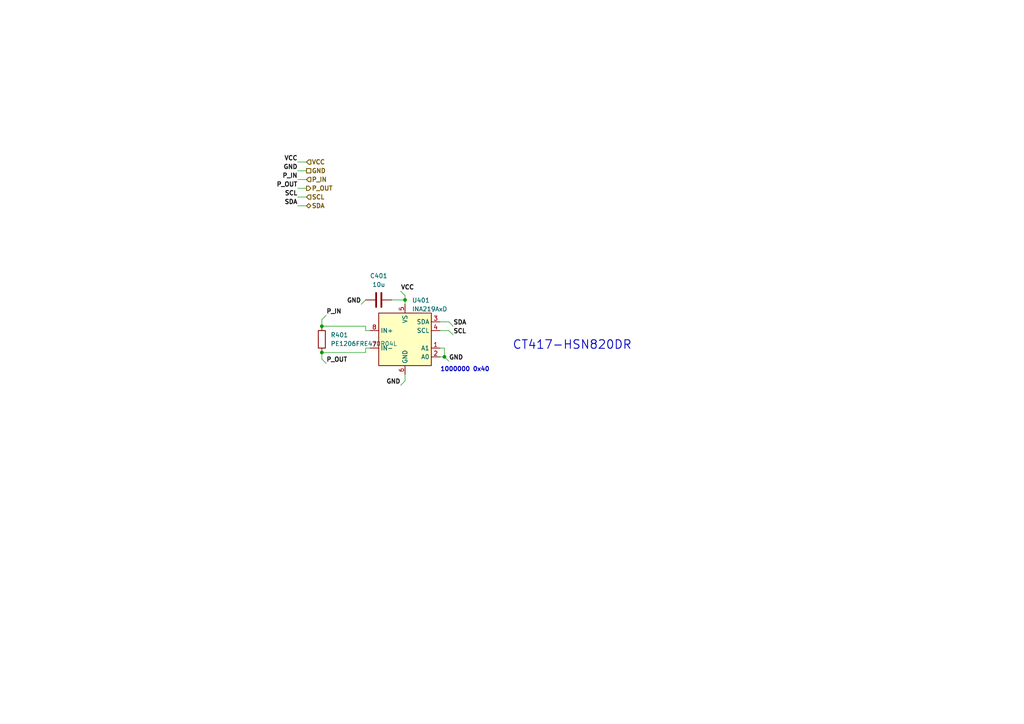
<source format=kicad_sch>
(kicad_sch (version 20211123) (generator eeschema)
  (paper "A4")
  (title_block (title "CanSat 2023") (rev "2023") (company "The Project SkyFall") (comment 1 "David Haisman"))
  (lib_symbols
    (symbol "Analog_ADC:INA219AxD"
      (property "Reference" "U" (at -6.35 8.89 0))
      (property "Value" "INA219AxD" (at 5.08 8.89 0))
      (symbol "INA219AxD_0_1"
        (rectangle (start -7.62 7.62) (end 7.62 -7.62) (stroke (width 0.254)) (fill (type background)))
      )
      (symbol "INA219AxD_1_1"
        (pin input line (at 10.16 -2.54 180) (length 2.54) (name "A1") (number "1"))
        (pin input line (at 10.16 -5.08 180) (length 2.54) (name "A0") (number "2"))
        (pin bidirectional line (at 10.16 5.08 180) (length 2.54) (name "SDA") (number "3"))
        (pin input line (at 10.16 2.54 180) (length 2.54) (name "SCL") (number "4"))
        (pin power_in line (at 0 10.16 270) (length 2.54) (name "VS") (number "5"))
        (pin power_in line (at 0 -10.16 90) (length 2.54) (name "GND") (number "6"))
        (pin input line (at -10.16 -2.54 0) (length 2.54) (name "IN-") (number "7"))
        (pin input line (at -10.16 2.54 0) (length 2.54) (name "IN+") (number "8"))
      )
    )
    (symbol "Device:C" (pin_numbers hide) (pin_names (offset 0.254))
      (property "Reference" "C" (at 0.635 2.54 0))
      (property "Value" "C" (at 0.635 -2.54 0))
      (symbol "C_0_1"
        (polyline (pts (xy -2.032 -0.762) (xy 2.032 -0.762)) (stroke (width 0.508)))
        (polyline (pts (xy -2.032 0.762) (xy 2.032 0.762)) (stroke (width 0.508)))
      )
      (symbol "C_1_1"
        (pin passive line (at 0 3.81 270) (length 2.794) (name "~") (number "1"))
        (pin passive line (at 0 -3.81 90) (length 2.794) (name "~") (number "2"))
      )
    )
    (symbol "Device:R" (pin_numbers hide) (pin_names (offset 0))
      (property "Reference" "R" (at 2.032 0 90))
      (property "Value" "R" (at 0 0 90))
      (symbol "R_0_1"
        (rectangle (start -1.016 -2.54) (end 1.016 2.54) (stroke (width 0.254)))
      )
      (symbol "R_1_1"
        (pin passive line (at 0 3.81 270) (length 1.27) (name "~") (number "1"))
        (pin passive line (at 0 -3.81 90) (length 1.27) (name "~") (number "2"))
      )
    )
  )
  (junction (at 128.905 103.505))
  (junction (at 117.475 86.995))
  (junction (at 93.345 94.615))
  (junction (at 93.345 102.235))
  (wire (pts (xy 130.175 93.345) (xy 131.445 94.615)))
  (wire (pts (xy 127.635 95.885) (xy 130.175 95.885)))
  (wire (pts (xy 93.345 102.235) (xy 106.045 102.235)))
  (wire (pts (xy 113.665 86.995) (xy 117.475 86.995)))
  (wire (pts (xy 130.175 95.885) (xy 131.445 97.155)))
  (wire (pts (xy 128.905 100.965) (xy 128.905 103.505)))
  (wire (pts (xy 128.905 103.505) (xy 130.175 104.775)))
  (wire (pts (xy 117.475 108.585) (xy 117.475 110.49)))
  (wire (pts (xy 117.475 110.49) (xy 116.205 111.76)))
  (wire (pts (xy 127.635 93.345) (xy 130.175 93.345)))
  (wire (pts (xy 117.475 85.725) (xy 116.205 84.455)))
  (wire (pts (xy 107.315 100.965) (xy 106.045 100.965)))
  (wire (pts (xy 106.045 100.965) (xy 106.045 102.235)))
  (wire (pts (xy 88.9 54.61) (xy 86.36 54.61)))
  (wire (pts (xy 88.9 59.69) (xy 86.36 59.69)))
  (wire (pts (xy 93.345 94.615) (xy 93.345 92.71)))
  (wire (pts (xy 117.475 86.995) (xy 117.475 85.725)))
  (wire (pts (xy 86.36 52.07) (xy 88.9 52.07)))
  (wire (pts (xy 106.045 95.885) (xy 107.315 95.885)))
  (wire (pts (xy 127.635 100.965) (xy 128.905 100.965)))
  (wire (pts (xy 93.345 102.235) (xy 93.345 104.14)))
  (wire (pts (xy 106.045 86.995) (xy 104.775 88.265)))
  (wire (pts (xy 93.345 92.71) (xy 94.615 91.44)))
  (wire (pts (xy 117.475 88.265) (xy 117.475 86.995)))
  (wire (pts (xy 86.36 57.15) (xy 88.9 57.15)))
  (wire (pts (xy 88.9 49.53) (xy 86.36 49.53)))
  (wire (pts (xy 93.345 94.615) (xy 106.045 94.615)))
  (wire (pts (xy 128.905 103.505) (xy 127.635 103.505)))
  (wire (pts (xy 106.045 94.615) (xy 106.045 95.885)))
  (wire (pts (xy 86.36 46.99) (xy 88.9 46.99)))
  (wire (pts (xy 93.345 104.14) (xy 94.615 105.41)))
  (text "CT417-HSN820DR " (at 148.59 101.6 0) (effects (font (size 2.5 2.5) (thickness 0.254) bold) (justify left bottom)))
  (text "1000000 0x40" (at 127.635 107.95 0) (effects (font (size 1.27 1.27) bold) (justify left bottom)))
  (label "GND" (at 104.775 88.265 180) (effects (font (thickness 0.254) bold)))
  (label "GND" (at 86.36 49.53 180) (effects (font (thickness 0.254) bold)))
  (label "SCL" (at 131.445 97.155 0) (effects (font (thickness 0.254) bold)))
  (label "SDA" (at 86.36 59.69 180) (effects (font (thickness 0.254) bold)))
  (label "GND" (at 116.205 111.76 180) (effects (font (thickness 0.254) bold)))
  (label "SCL" (at 86.36 57.15 180) (effects (font (thickness 0.254) bold)))
  (label "VCC" (at 116.205 84.455 0) (effects (font (thickness 0.254) bold)))
  (label "GND" (at 130.175 104.775 0) (effects (font (thickness 0.254) bold)))
  (label "SDA" (at 131.445 94.615 0) (effects (font (thickness 0.254) bold)))
  (label "P_OUT" (at 94.615 105.41 0) (effects (font (thickness 0.254) bold)))
  (label "VCC" (at 86.36 46.99 180) (effects (font (thickness 0.254) bold)))
  (label "P_IN" (at 94.615 91.44 0) (effects (font (thickness 0.254) bold)))
  (label "P_IN" (at 86.36 52.07 180) (effects (font (thickness 0.254) bold)))
  (label "P_OUT" (at 86.36 54.61 180) (effects (font (thickness 0.254) bold)))
  (hierarchical_label "P_IN" (shape input) (at 88.9 52.07 0) (effects (font bold)))
  (hierarchical_label "VCC" (shape input) (at 88.9 46.99 0) (effects (font bold)))
  (hierarchical_label "SDA" (shape bidirectional) (at 88.9 59.69 0) (effects (font (thickness 0.254) bold)))
  (hierarchical_label "SCL" (shape input) (at 88.9 57.15 0) (effects (font (thickness 0.254) bold)))
  (hierarchical_label "P_OUT" (shape output) (at 88.9 54.61 0) (effects (font bold)))
  (hierarchical_label "GND" (shape passive) (at 88.9 49.53 0) (effects (font bold)))
  (symbol (lib_id "Analog_ADC:INA219AxD") (at 117.475 98.425 0) (unit 1)
    (property "Reference" "U401" (at 119.4944 87.1052 0) (effects (justify left)))
    (property "Value" "INA219AxD" (at 119.4944 89.6421 0) (effects (justify left)))
    (property "Footprint" "Package_SO:SOIC-8_3.9x4.9mm_P1.27mm" (effects hide))
    (property "Datasheet" "http://www.ti.com/lit/ds/symlink/ina219.pdf" (effects hide))
  )
  (symbol (lib_id "Device:R") (at 93.345 98.425 0) (unit 1)
    (property "Reference" "R401" (at 95.885 97.1549 0) (effects (justify left)))
    (property "Value" "PE1206FRE470R04L" (at 95.885 99.6949 0) (effects (justify left)))
    (property "Footprint" "1Knihovna:R_1206_Current" (effects hide))
  )
  (symbol (lib_id "Device:C") (at 109.855 86.995 90) (unit 1)
    (property "Reference" "C401" (at 109.855 80.01 90))
    (property "Value" "10u" (at 109.855 82.55 90))
    (property "Footprint" "Capacitor_SMD:C_0805_2012Metric" (effects hide))
  )
)
</source>
